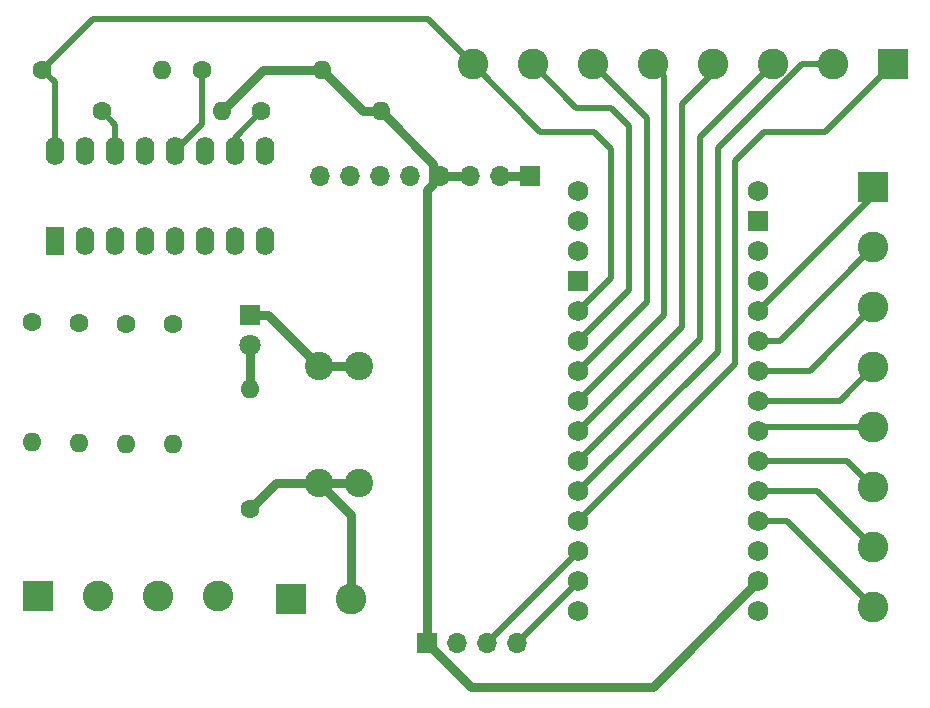
<source format=gbr>
%TF.GenerationSoftware,KiCad,Pcbnew,8.0.7*%
%TF.CreationDate,2025-01-10T10:31:37-06:00*%
%TF.ProjectId,CANBOARD_REV3,43414e42-4f41-4524-945f-524556332e6b,rev?*%
%TF.SameCoordinates,Original*%
%TF.FileFunction,Copper,L1,Top*%
%TF.FilePolarity,Positive*%
%FSLAX46Y46*%
G04 Gerber Fmt 4.6, Leading zero omitted, Abs format (unit mm)*
G04 Created by KiCad (PCBNEW 8.0.7) date 2025-01-10 10:31:37*
%MOMM*%
%LPD*%
G01*
G04 APERTURE LIST*
%TA.AperFunction,ComponentPad*%
%ADD10C,1.600000*%
%TD*%
%TA.AperFunction,ComponentPad*%
%ADD11O,1.600000X1.600000*%
%TD*%
%TA.AperFunction,ComponentPad*%
%ADD12R,2.600000X2.600000*%
%TD*%
%TA.AperFunction,ComponentPad*%
%ADD13C,2.600000*%
%TD*%
%TA.AperFunction,ComponentPad*%
%ADD14R,1.600000X2.400000*%
%TD*%
%TA.AperFunction,ComponentPad*%
%ADD15O,1.600000X2.400000*%
%TD*%
%TA.AperFunction,ComponentPad*%
%ADD16C,1.727200*%
%TD*%
%TA.AperFunction,ComponentPad*%
%ADD17R,1.727200X1.727200*%
%TD*%
%TA.AperFunction,ComponentPad*%
%ADD18C,2.400000*%
%TD*%
%TA.AperFunction,ComponentPad*%
%ADD19R,1.700000X1.700000*%
%TD*%
%TA.AperFunction,ComponentPad*%
%ADD20O,1.700000X1.700000*%
%TD*%
%TA.AperFunction,ComponentPad*%
%ADD21R,1.800000X1.800000*%
%TD*%
%TA.AperFunction,ComponentPad*%
%ADD22C,1.800000*%
%TD*%
%TA.AperFunction,Conductor*%
%ADD23C,0.750000*%
%TD*%
%TA.AperFunction,Conductor*%
%ADD24C,0.500000*%
%TD*%
G04 APERTURE END LIST*
D10*
%TO.P,R4,1*%
%TO.N,Net-(J4-Pin_7)*%
X36955000Y-50095000D03*
D11*
%TO.P,R4,2*%
%TO.N,/Safety Circuitry/other_sw2*%
X36955000Y-60255000D03*
%TD*%
D10*
%TO.P,R5,1*%
%TO.N,Net-(J4-Pin_5)*%
X32955000Y-50095000D03*
D11*
%TO.P,R5,2*%
%TO.N,/Safety Circuitry/other_sw1*%
X32955000Y-60255000D03*
%TD*%
D10*
%TO.P,R9,1*%
%TO.N,seat_signal*%
X25875000Y-28595000D03*
D11*
%TO.P,R9,2*%
%TO.N,+3V3*%
X36035000Y-28595000D03*
%TD*%
D12*
%TO.P,J7,1,Pin_1*%
%TO.N,GND*%
X46910000Y-73400000D03*
D13*
%TO.P,J7,2,Pin_2*%
%TO.N,/Input_Power/V_in_unreg*%
X51990000Y-73400000D03*
%TD*%
D14*
%TO.P,J4,1,Pin_1*%
%TO.N,Net-(J4-Pin_1)*%
X26915000Y-43095000D03*
D15*
%TO.P,J4,2,Pin_2*%
%TO.N,GND*%
X29455000Y-43095000D03*
%TO.P,J4,3,Pin_3*%
%TO.N,Net-(J4-Pin_3)*%
X31995000Y-43095000D03*
%TO.P,J4,4,Pin_4*%
%TO.N,GND*%
X34535000Y-43095000D03*
%TO.P,J4,5,Pin_5*%
%TO.N,Net-(J4-Pin_5)*%
X37075000Y-43095000D03*
%TO.P,J4,6,Pin_6*%
%TO.N,GND*%
X39615000Y-43095000D03*
%TO.P,J4,7,Pin_7*%
%TO.N,Net-(J4-Pin_7)*%
X42155000Y-43095000D03*
%TO.P,J4,8,Pin_8*%
%TO.N,GND*%
X44695000Y-43095000D03*
%TO.P,J4,9,Pin_9*%
X44695000Y-35475000D03*
%TO.P,J4,10,Pin_10*%
%TO.N,other_sw2_sig*%
X42155000Y-35475000D03*
%TO.P,J4,11,Pin_11*%
%TO.N,GND*%
X39615000Y-35475000D03*
%TO.P,J4,12,Pin_12*%
%TO.N,other_sw1_sig*%
X37075000Y-35475000D03*
%TO.P,J4,13,Pin_13*%
%TO.N,GND*%
X34535000Y-35475000D03*
%TO.P,J4,14,Pin_14*%
%TO.N,brake_signal*%
X31995000Y-35475000D03*
%TO.P,J4,15,Pin_15*%
%TO.N,GND*%
X29455000Y-35475000D03*
%TO.P,J4,16,Pin_16*%
%TO.N,seat_signal*%
X26915000Y-35475000D03*
%TD*%
D12*
%TO.P,J8,1,Pin_1*%
%TO.N,/Safety Circuitry/seat_switch*%
X25455000Y-73095000D03*
D13*
%TO.P,J8,2,Pin_2*%
%TO.N,/Safety Circuitry/brake_switch*%
X30535000Y-73095000D03*
%TO.P,J8,3,Pin_3*%
%TO.N,/Safety Circuitry/other_sw1*%
X35615000Y-73095000D03*
%TO.P,J8,4,Pin_4*%
%TO.N,/Safety Circuitry/other_sw2*%
X40695000Y-73095000D03*
%TD*%
D10*
%TO.P,R2,1*%
%TO.N,Net-(J4-Pin_1)*%
X24955000Y-49935000D03*
D11*
%TO.P,R2,2*%
%TO.N,/Safety Circuitry/seat_switch*%
X24955000Y-60095000D03*
%TD*%
D10*
%TO.P,R7,1*%
%TO.N,other_sw1_sig*%
X39375000Y-28595000D03*
D11*
%TO.P,R7,2*%
%TO.N,+3V3*%
X49535000Y-28595000D03*
%TD*%
D10*
%TO.P,R3,1*%
%TO.N,Net-(J4-Pin_3)*%
X28955000Y-50015000D03*
D11*
%TO.P,R3,2*%
%TO.N,/Safety Circuitry/brake_switch*%
X28955000Y-60175000D03*
%TD*%
D16*
%TO.P,A1,3V3,3.3V*%
%TO.N,+3V3*%
X86455000Y-71875000D03*
%TO.P,A1,5V,5V*%
%TO.N,+5V*%
X86455000Y-46475000D03*
%TO.P,A1,A0,A0*%
%TO.N,/Arduino/A0*%
X86455000Y-66795000D03*
%TO.P,A1,A1,A1*%
%TO.N,/Arduino/A1*%
X86455000Y-64255000D03*
%TO.P,A1,A2,A2*%
%TO.N,/Arduino/A2*%
X86455000Y-61715000D03*
%TO.P,A1,A3,A3*%
%TO.N,/Arduino/A3*%
X86455000Y-59175000D03*
%TO.P,A1,A4,A4/SDA*%
%TO.N,/Arduino/A4{slash}SDA*%
X86455000Y-56635000D03*
%TO.P,A1,A5,A5/SCL*%
%TO.N,/Arduino/A5{slash}SCL*%
X86455000Y-54095000D03*
%TO.P,A1,A6,A6*%
%TO.N,/Arduino/A6*%
X86455000Y-51555000D03*
%TO.P,A1,A7,A7*%
%TO.N,/Arduino/A7*%
X86455000Y-49015000D03*
%TO.P,A1,B0,B0*%
%TO.N,unconnected-(A1-PadB0)*%
X86455000Y-69335000D03*
%TO.P,A1,B1,B1*%
%TO.N,unconnected-(A1-PadB1)*%
X86455000Y-43935000D03*
%TO.P,A1,D0,D0/RX*%
%TO.N,unconnected-(A1-D0{slash}RX-PadD0)*%
X71215000Y-41395000D03*
%TO.P,A1,D1,D1/TX*%
%TO.N,unconnected-(A1-D1{slash}TX-PadD1)*%
X71215000Y-38855000D03*
%TO.P,A1,D2,D2*%
%TO.N,seat_signal*%
X71215000Y-49015000D03*
%TO.P,A1,D3,D3*%
%TO.N,brake_signal*%
X71215000Y-51555000D03*
%TO.P,A1,D4,D4*%
%TO.N,other_sw1_sig*%
X71215000Y-54095000D03*
%TO.P,A1,D5,D5*%
%TO.N,other_sw2_sig*%
X71215000Y-56635000D03*
%TO.P,A1,D6,D6*%
%TO.N,/Arduino/D6*%
X71215000Y-59175000D03*
%TO.P,A1,D7,D7*%
%TO.N,/Arduino/D7*%
X71215000Y-61715000D03*
%TO.P,A1,D8,D8*%
%TO.N,start_sig*%
X71215000Y-64255000D03*
%TO.P,A1,D9,D9*%
%TO.N,kill_sig*%
X71215000Y-66795000D03*
%TO.P,A1,D10,D10*%
%TO.N,/Arduino/CAN_RX*%
X71215000Y-69335000D03*
%TO.P,A1,D11,D11_MOSI*%
%TO.N,/Arduino/CAN_TX*%
X71215000Y-71875000D03*
%TO.P,A1,D12,D12_MISO*%
%TO.N,unconnected-(A1-D12_MISO-PadD12)*%
X71215000Y-74415000D03*
%TO.P,A1,D13,D13_SCK*%
%TO.N,unconnected-(A1-D13_SCK-PadD13)*%
X86455000Y-74415000D03*
D17*
%TO.P,A1,GND1,GND*%
%TO.N,GND*%
X71215000Y-46475000D03*
%TO.P,A1,GND2,GND*%
X86455000Y-41395000D03*
D16*
%TO.P,A1,RST,~{RESET}*%
%TO.N,unconnected-(A1-~{RESET}-PadRST)*%
X71215000Y-43935000D03*
%TO.P,A1,VIN,VIN*%
%TO.N,VCC*%
X86455000Y-38855000D03*
%TD*%
D10*
%TO.P,R1,1*%
%TO.N,/Input_Power/V_in_unreg*%
X43455000Y-65755000D03*
D11*
%TO.P,R1,2*%
%TO.N,Net-(D1-A)*%
X43455000Y-55595000D03*
%TD*%
D18*
%TO.P,F2,1*%
%TO.N,/Input_Power/V_in_unreg*%
X49255000Y-63555000D03*
%TO.P,F2,2*%
%TO.N,VCC*%
X49255000Y-53635000D03*
%TO.P,F2,3*%
%TO.N,/Input_Power/V_in_unreg*%
X52655000Y-63555000D03*
%TO.P,F2,4*%
%TO.N,VCC*%
X52655000Y-53635000D03*
%TD*%
D19*
%TO.P,J1,1,Pin_1*%
%TO.N,+3V3*%
X58455000Y-77095000D03*
D20*
%TO.P,J1,2,Pin_2*%
%TO.N,GND*%
X60995000Y-77095000D03*
%TO.P,J1,3,Pin_3*%
%TO.N,/Arduino/CAN_RX*%
X63535000Y-77095000D03*
%TO.P,J1,4,Pin_4*%
%TO.N,/Arduino/CAN_TX*%
X66075000Y-77095000D03*
%TD*%
D12*
%TO.P,J3,1,Pin_1*%
%TO.N,kill_sig*%
X97855000Y-28095000D03*
D13*
%TO.P,J3,2,Pin_2*%
%TO.N,start_sig*%
X92775000Y-28095000D03*
%TO.P,J3,3,Pin_3*%
%TO.N,/Arduino/D7*%
X87695000Y-28095000D03*
%TO.P,J3,4,Pin_4*%
%TO.N,/Arduino/D6*%
X82615000Y-28095000D03*
%TO.P,J3,5,Pin_5*%
%TO.N,other_sw2_sig*%
X77535000Y-28095000D03*
%TO.P,J3,6,Pin_6*%
%TO.N,other_sw1_sig*%
X72455000Y-28095000D03*
%TO.P,J3,7,Pin_7*%
%TO.N,brake_signal*%
X67375000Y-28095000D03*
%TO.P,J3,8,Pin_8*%
%TO.N,seat_signal*%
X62295000Y-28095000D03*
%TD*%
D10*
%TO.P,R8,1*%
%TO.N,brake_signal*%
X30875000Y-32095000D03*
D11*
%TO.P,R8,2*%
%TO.N,+3V3*%
X41035000Y-32095000D03*
%TD*%
D10*
%TO.P,R6,1*%
%TO.N,other_sw2_sig*%
X44375000Y-32095000D03*
D11*
%TO.P,R6,2*%
%TO.N,+3V3*%
X54535000Y-32095000D03*
%TD*%
D19*
%TO.P,J6,1,Pin_1*%
%TO.N,VCC*%
X67195000Y-37595000D03*
D20*
%TO.P,J6,2,Pin_2*%
X64655000Y-37595000D03*
%TO.P,J6,3,Pin_3*%
%TO.N,+3V3*%
X62115000Y-37595000D03*
%TO.P,J6,4,Pin_4*%
X59575000Y-37595000D03*
%TO.P,J6,5,Pin_5*%
%TO.N,GND*%
X57035000Y-37595000D03*
%TO.P,J6,6,Pin_6*%
X54495000Y-37595000D03*
%TO.P,J6,7,Pin_7*%
X51955000Y-37595000D03*
%TO.P,J6,8,Pin_8*%
X49415000Y-37595000D03*
%TD*%
D21*
%TO.P,D1,1,K*%
%TO.N,VCC*%
X43455000Y-49320000D03*
D22*
%TO.P,D1,2,A*%
%TO.N,Net-(D1-A)*%
X43455000Y-51860000D03*
%TD*%
D12*
%TO.P,J2,1,Pin_1*%
%TO.N,/Arduino/A7*%
X96230000Y-38525000D03*
D13*
%TO.P,J2,2,Pin_2*%
%TO.N,/Arduino/A6*%
X96230000Y-43605000D03*
%TO.P,J2,3,Pin_3*%
%TO.N,/Arduino/A5{slash}SCL*%
X96230000Y-48685000D03*
%TO.P,J2,4,Pin_4*%
%TO.N,/Arduino/A4{slash}SDA*%
X96230000Y-53765000D03*
%TO.P,J2,5,Pin_5*%
%TO.N,/Arduino/A3*%
X96230000Y-58845000D03*
%TO.P,J2,6,Pin_6*%
%TO.N,/Arduino/A2*%
X96230000Y-63925000D03*
%TO.P,J2,7,Pin_7*%
%TO.N,/Arduino/A1*%
X96230000Y-69005000D03*
%TO.P,J2,8,Pin_8*%
%TO.N,/Arduino/A0*%
X96230000Y-74085000D03*
%TD*%
D23*
%TO.N,Net-(D1-A)*%
X43455000Y-51860000D02*
X43455000Y-55595000D01*
%TO.N,/Input_Power/V_in_unreg*%
X49255000Y-63555000D02*
X52655000Y-63555000D01*
X51990000Y-66290000D02*
X49255000Y-63555000D01*
X49255000Y-63555000D02*
X45655000Y-63555000D01*
X45655000Y-63555000D02*
X43455000Y-65755000D01*
X51990000Y-73400000D02*
X51990000Y-66290000D01*
%TO.N,+3V3*%
X58455000Y-38715000D02*
X58950000Y-38220000D01*
X58950000Y-36510000D02*
X54535000Y-32095000D01*
X58950000Y-38220000D02*
X58950000Y-36510000D01*
X62165000Y-80805000D02*
X77525000Y-80805000D01*
X54535000Y-32095000D02*
X53035000Y-32095000D01*
X53035000Y-32095000D02*
X49535000Y-28595000D01*
X58455000Y-38715000D02*
X59575000Y-37595000D01*
X77525000Y-80805000D02*
X86455000Y-71875000D01*
X58455000Y-77095000D02*
X58455000Y-38715000D01*
X58455000Y-77095000D02*
X62165000Y-80805000D01*
X59575000Y-37595000D02*
X62115000Y-37595000D01*
X49535000Y-28595000D02*
X44535000Y-28595000D01*
X44535000Y-28595000D02*
X41035000Y-32095000D01*
D24*
%TO.N,/Arduino/CAN_RX*%
X71215000Y-69415000D02*
X71215000Y-69335000D01*
X63535000Y-77095000D02*
X71215000Y-69415000D01*
%TO.N,/Arduino/CAN_TX*%
X66075000Y-77095000D02*
X71215000Y-71955000D01*
X71215000Y-71955000D02*
X71215000Y-71875000D01*
%TO.N,/Arduino/A7*%
X96230000Y-38525000D02*
X96230000Y-39240000D01*
X96230000Y-39240000D02*
X86455000Y-49015000D01*
%TO.N,/Arduino/A6*%
X88280000Y-51555000D02*
X86455000Y-51555000D01*
X96230000Y-43605000D02*
X88280000Y-51555000D01*
%TO.N,/Arduino/A5{slash}SCL*%
X96230000Y-48685000D02*
X90820000Y-54095000D01*
X90820000Y-54095000D02*
X86455000Y-54095000D01*
%TO.N,/Arduino/A4{slash}SDA*%
X96230000Y-53765000D02*
X93360000Y-56635000D01*
X93360000Y-56635000D02*
X86455000Y-56635000D01*
%TO.N,/Arduino/A3*%
X86785000Y-58845000D02*
X86455000Y-59175000D01*
X96230000Y-58845000D02*
X86785000Y-58845000D01*
%TO.N,/Arduino/A2*%
X94020000Y-61715000D02*
X96230000Y-63925000D01*
X86455000Y-61715000D02*
X94020000Y-61715000D01*
%TO.N,/Arduino/A1*%
X86455000Y-64255000D02*
X91480000Y-64255000D01*
X91480000Y-64255000D02*
X96230000Y-69005000D01*
%TO.N,/Arduino/A0*%
X88940000Y-66795000D02*
X96230000Y-74085000D01*
X86455000Y-66795000D02*
X88940000Y-66795000D01*
%TO.N,start_sig*%
X90169874Y-28095000D02*
X83035000Y-35229874D01*
X83035000Y-52435000D02*
X71215000Y-64255000D01*
X83035000Y-35229874D02*
X83035000Y-52435000D01*
X92775000Y-28095000D02*
X90169874Y-28095000D01*
%TO.N,kill_sig*%
X84535000Y-36255101D02*
X84535000Y-53475000D01*
X86985101Y-33805000D02*
X84535000Y-36255101D01*
X84535000Y-53475000D02*
X71215000Y-66795000D01*
X92145000Y-33805000D02*
X86985101Y-33805000D01*
%TO.N,/Arduino/D7*%
X87695000Y-28095000D02*
X81535000Y-34255000D01*
X81535000Y-51395000D02*
X71215000Y-61715000D01*
X81535000Y-34255000D02*
X81535000Y-51395000D01*
%TO.N,/Arduino/D6*%
X82615000Y-28885000D02*
X80035000Y-31465000D01*
X80035000Y-31465000D02*
X80035000Y-50355000D01*
X80035000Y-50355000D02*
X71215000Y-59175000D01*
X82615000Y-28095000D02*
X82615000Y-28885000D01*
%TO.N,brake_signal*%
X67375000Y-28095000D02*
X71085000Y-31805000D01*
X71085000Y-31805000D02*
X74035000Y-31805000D01*
X75535000Y-47235000D02*
X71215000Y-51555000D01*
X75535000Y-33305000D02*
X75535000Y-47235000D01*
X31995000Y-35475000D02*
X31995000Y-33215000D01*
X74035000Y-31805000D02*
X75535000Y-33305000D01*
X31995000Y-33215000D02*
X30875000Y-32095000D01*
%TO.N,seat_signal*%
X68005000Y-33805000D02*
X72535000Y-33805000D01*
X26915000Y-29635000D02*
X25875000Y-28595000D01*
X62295000Y-28095000D02*
X68005000Y-33805000D01*
X74035000Y-35305000D02*
X74035000Y-46195000D01*
X25875000Y-28595000D02*
X30165000Y-24305000D01*
X74035000Y-46195000D02*
X71215000Y-49015000D01*
X30165000Y-24305000D02*
X58505000Y-24305000D01*
X58505000Y-24305000D02*
X62295000Y-28095000D01*
X72535000Y-33805000D02*
X74035000Y-35305000D01*
X26915000Y-35475000D02*
X26915000Y-29635000D01*
%TO.N,other_sw2_sig*%
X77535000Y-28095000D02*
X78535000Y-29095000D01*
X42155000Y-34315000D02*
X44375000Y-32095000D01*
X42155000Y-35475000D02*
X42155000Y-34315000D01*
X78535000Y-29095000D02*
X78535000Y-49315000D01*
X78535000Y-49315000D02*
X71215000Y-56635000D01*
%TO.N,other_sw1_sig*%
X77035000Y-48275000D02*
X71215000Y-54095000D01*
X39375000Y-33175000D02*
X37075000Y-35475000D01*
X77035000Y-32675000D02*
X77035000Y-48275000D01*
X39375000Y-28595000D02*
X39375000Y-33175000D01*
X72455000Y-28095000D02*
X77035000Y-32675000D01*
D23*
%TO.N,VCC*%
X43455000Y-49320000D02*
X44940000Y-49320000D01*
X44940000Y-49320000D02*
X49255000Y-53635000D01*
X64655000Y-37595000D02*
X67195000Y-37595000D01*
X52655000Y-53635000D02*
X49255000Y-53635000D01*
D24*
%TO.N,kill_sig*%
X97855000Y-28095000D02*
X92145000Y-33805000D01*
%TD*%
M02*

</source>
